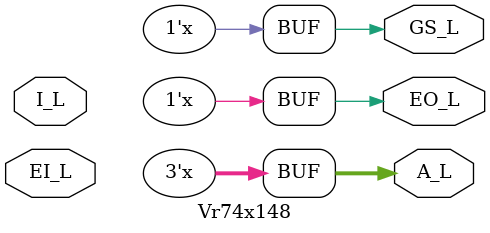
<source format=v>
module Vr74x148(EI_L, I_L, A_L, EO_L, GS_L);
  input EI_L;
  input [7:0] I_L;
  output [2:0] A_L;
  output EO_L, GS_L;
  reg [7:0] I;
  reg [2:0] A, A_L;
  reg EI, EO_L, EO, GS_L, GS;
  integer j;

  always @ (EI_L or EI or I_L or I or A or EO or GS) begin
    EI = ~EI_L; I  = ~I_L;             // convert inputs
    EO_L = ~EO; GS_L = ~GS; A_L = ~A;  // convert outputs
    EO = 1; GS = 0; A = 0;        // default output values
    begin
      if (EI==0) EO = 0;
      else for (j=0; j<=7; j=j+1) // check low priority first
             if (I[j]==1)
               begin GS = 1; EO = 0; A = j; end
    end
  end
endmodule

</source>
